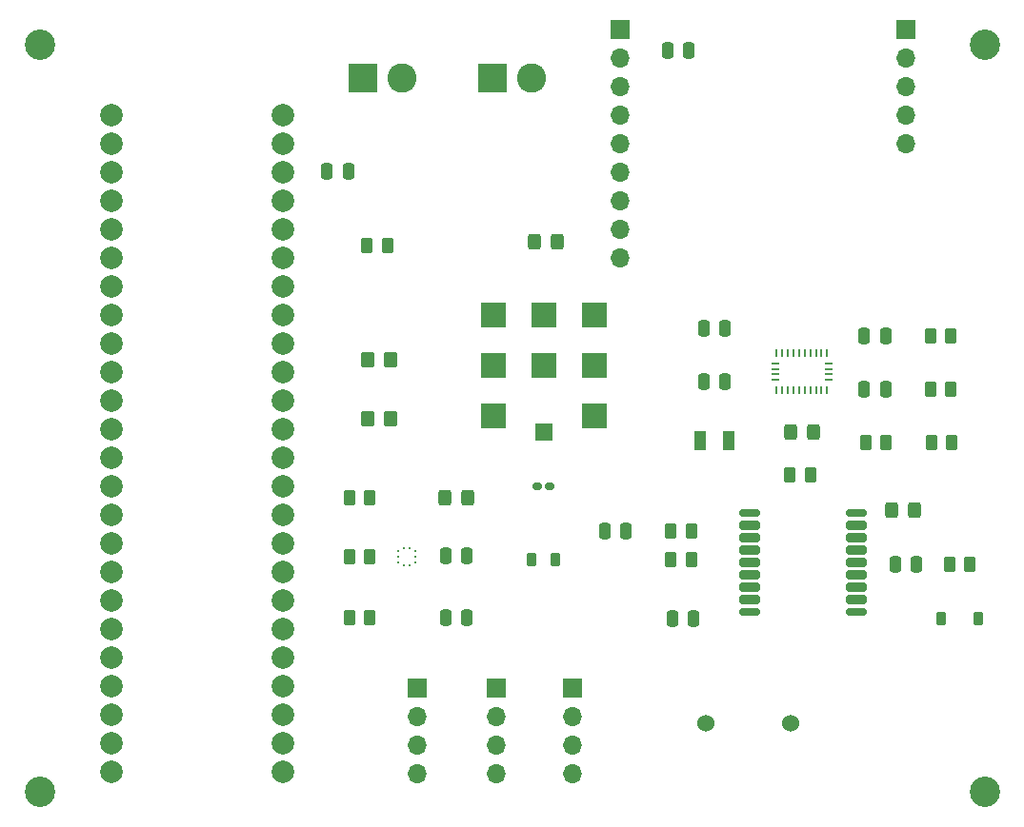
<source format=gbr>
%TF.GenerationSoftware,KiCad,Pcbnew,7.0.7*%
%TF.CreationDate,2024-02-14T21:52:59-05:00*%
%TF.ProjectId,Unified_Board,556e6966-6965-4645-9f42-6f6172642e6b,rev?*%
%TF.SameCoordinates,Original*%
%TF.FileFunction,Soldermask,Top*%
%TF.FilePolarity,Negative*%
%FSLAX46Y46*%
G04 Gerber Fmt 4.6, Leading zero omitted, Abs format (unit mm)*
G04 Created by KiCad (PCBNEW 7.0.7) date 2024-02-14 21:52:59*
%MOMM*%
%LPD*%
G01*
G04 APERTURE LIST*
G04 Aperture macros list*
%AMRoundRect*
0 Rectangle with rounded corners*
0 $1 Rounding radius*
0 $2 $3 $4 $5 $6 $7 $8 $9 X,Y pos of 4 corners*
0 Add a 4 corners polygon primitive as box body*
4,1,4,$2,$3,$4,$5,$6,$7,$8,$9,$2,$3,0*
0 Add four circle primitives for the rounded corners*
1,1,$1+$1,$2,$3*
1,1,$1+$1,$4,$5*
1,1,$1+$1,$6,$7*
1,1,$1+$1,$8,$9*
0 Add four rect primitives between the rounded corners*
20,1,$1+$1,$2,$3,$4,$5,0*
20,1,$1+$1,$4,$5,$6,$7,0*
20,1,$1+$1,$6,$7,$8,$9,0*
20,1,$1+$1,$8,$9,$2,$3,0*%
G04 Aperture macros list end*
%ADD10R,1.700000X1.700000*%
%ADD11O,1.700000X1.700000*%
%ADD12RoundRect,0.250000X-0.262500X-0.450000X0.262500X-0.450000X0.262500X0.450000X-0.262500X0.450000X0*%
%ADD13RoundRect,0.250000X0.250000X0.475000X-0.250000X0.475000X-0.250000X-0.475000X0.250000X-0.475000X0*%
%ADD14R,1.500000X1.500000*%
%ADD15R,2.300000X2.300000*%
%ADD16RoundRect,0.250000X-0.250000X-0.475000X0.250000X-0.475000X0.250000X0.475000X-0.250000X0.475000X0*%
%ADD17RoundRect,0.250000X0.325000X0.450000X-0.325000X0.450000X-0.325000X-0.450000X0.325000X-0.450000X0*%
%ADD18R,2.600000X2.600000*%
%ADD19C,2.600000*%
%ADD20R,0.250000X0.275000*%
%ADD21R,0.275000X0.250000*%
%ADD22C,2.700000*%
%ADD23RoundRect,0.250000X-0.325000X-0.450000X0.325000X-0.450000X0.325000X0.450000X-0.325000X0.450000X0*%
%ADD24R,0.254000X0.675000*%
%ADD25R,0.675000X0.254000*%
%ADD26R,1.000000X1.800000*%
%ADD27RoundRect,0.175000X0.725000X0.175000X-0.725000X0.175000X-0.725000X-0.175000X0.725000X-0.175000X0*%
%ADD28RoundRect,0.200000X0.700000X0.200000X-0.700000X0.200000X-0.700000X-0.200000X0.700000X-0.200000X0*%
%ADD29RoundRect,0.218750X0.218750X0.381250X-0.218750X0.381250X-0.218750X-0.381250X0.218750X-0.381250X0*%
%ADD30RoundRect,0.225000X-0.225000X-0.375000X0.225000X-0.375000X0.225000X0.375000X-0.225000X0.375000X0*%
%ADD31RoundRect,0.250000X-0.350000X-0.450000X0.350000X-0.450000X0.350000X0.450000X-0.350000X0.450000X0*%
%ADD32RoundRect,0.250000X0.262500X0.450000X-0.262500X0.450000X-0.262500X-0.450000X0.262500X-0.450000X0*%
%ADD33C,1.524000*%
%ADD34C,2.000000*%
%ADD35RoundRect,0.160000X-0.222500X-0.160000X0.222500X-0.160000X0.222500X0.160000X-0.222500X0.160000X0*%
G04 APERTURE END LIST*
D10*
%TO.C,J3*%
X107600000Y-96000000D03*
D11*
X107600000Y-98540000D03*
X107600000Y-101080000D03*
X107600000Y-103620000D03*
%TD*%
D12*
%TO.C,R15*%
X103087500Y-56600000D03*
X104912500Y-56600000D03*
%TD*%
D13*
%TO.C,C7*%
X151950000Y-85000000D03*
X150050000Y-85000000D03*
%TD*%
D14*
%TO.C,ANT1*%
X118800000Y-73200000D03*
D15*
X114300000Y-71800000D03*
X123300000Y-71800000D03*
X114300000Y-67300000D03*
X118800000Y-67300000D03*
X123300000Y-67300000D03*
X114300000Y-62800000D03*
X118800000Y-62800000D03*
X123300000Y-62800000D03*
%TD*%
D16*
%TO.C,C12*%
X124250000Y-82000000D03*
X126150000Y-82000000D03*
%TD*%
D17*
%TO.C,D5*%
X142775000Y-73200000D03*
X140725000Y-73200000D03*
%TD*%
D13*
%TO.C,C11*%
X99550000Y-50000000D03*
X101450000Y-50000000D03*
%TD*%
D18*
%TO.C,J1*%
X102750000Y-41750000D03*
D19*
X106250000Y-41750000D03*
%TD*%
D12*
%TO.C,R4*%
X101525000Y-84300000D03*
X103350000Y-84300000D03*
%TD*%
%TO.C,R16*%
X130087500Y-82000000D03*
X131912500Y-82000000D03*
%TD*%
D20*
%TO.C,Alt1*%
X106887500Y-83537500D03*
X106387500Y-83537500D03*
D21*
X105875000Y-83800000D03*
X105875000Y-84300000D03*
X105875000Y-84800000D03*
D20*
X106387500Y-85062500D03*
X106887500Y-85062500D03*
D21*
X107400000Y-84800000D03*
X107400000Y-84300000D03*
X107400000Y-83800000D03*
%TD*%
D16*
%TO.C,C5*%
X133050000Y-68750000D03*
X134950000Y-68750000D03*
%TD*%
D12*
%TO.C,R3*%
X101525000Y-89700000D03*
X103350000Y-89700000D03*
%TD*%
D22*
%TO.C,H1*%
X158000000Y-38750000D03*
%TD*%
D23*
%TO.C,D4*%
X110012500Y-79100000D03*
X112062500Y-79100000D03*
%TD*%
D18*
%TO.C,J7*%
X114250000Y-41750000D03*
D19*
X117750000Y-41750000D03*
%TD*%
D23*
%TO.C,D3*%
X149725000Y-80200000D03*
X151775000Y-80200000D03*
%TD*%
D10*
%TO.C,J2*%
X114600000Y-96000000D03*
D11*
X114600000Y-98540000D03*
X114600000Y-101080000D03*
X114600000Y-103620000D03*
%TD*%
D24*
%TO.C,U1*%
X144000000Y-69500000D03*
D25*
X144137500Y-68587500D03*
X144137500Y-68087500D03*
X144137500Y-67587500D03*
X144137500Y-67087500D03*
D24*
X144000000Y-66175000D03*
X143500000Y-66175000D03*
X143000000Y-66175000D03*
X142500000Y-66175000D03*
X142000000Y-66175000D03*
X141500000Y-66175000D03*
X141000000Y-66175000D03*
X140500000Y-66175000D03*
X140000000Y-66175000D03*
X139500000Y-66175000D03*
D25*
X139362500Y-67087500D03*
X139362500Y-67587500D03*
X139362500Y-68087500D03*
X139362500Y-68587500D03*
D24*
X139500000Y-69500000D03*
X140000000Y-69500000D03*
X140500000Y-69500000D03*
X141000000Y-69500000D03*
X141500000Y-69500000D03*
X142000000Y-69500000D03*
X142500000Y-69500000D03*
X143000000Y-69500000D03*
X143500000Y-69500000D03*
%TD*%
D16*
%TO.C,C2*%
X110087500Y-84200000D03*
X111987500Y-84200000D03*
%TD*%
D12*
%TO.C,R11*%
X140687500Y-77000000D03*
X142512500Y-77000000D03*
%TD*%
%TO.C,R7*%
X153275000Y-74162500D03*
X155100000Y-74162500D03*
%TD*%
%TO.C,R12*%
X101525000Y-79100000D03*
X103350000Y-79100000D03*
%TD*%
D26*
%TO.C,Y1*%
X132750000Y-74000000D03*
X135250000Y-74000000D03*
%TD*%
D27*
%TO.C,U2*%
X146600000Y-89200000D03*
D28*
X146600000Y-88100000D03*
X146600000Y-87000000D03*
X146600000Y-85900000D03*
X146600000Y-84800000D03*
X146600000Y-83700000D03*
X146600000Y-82600000D03*
X146600000Y-81500000D03*
D27*
X146600000Y-80400000D03*
X137100000Y-80400000D03*
D28*
X137100000Y-81500000D03*
X137100000Y-82600000D03*
X137100000Y-83700000D03*
X137100000Y-84800000D03*
X137100000Y-85900000D03*
X137100000Y-87000000D03*
X137100000Y-88100000D03*
D27*
X137100000Y-89200000D03*
%TD*%
D10*
%TO.C,J4*%
X121400000Y-96000000D03*
D11*
X121400000Y-98540000D03*
X121400000Y-101080000D03*
X121400000Y-103620000D03*
%TD*%
D12*
%TO.C,R6*%
X153187500Y-69412500D03*
X155012500Y-69412500D03*
%TD*%
D29*
%TO.C,FB1*%
X119862500Y-84600000D03*
X117737500Y-84600000D03*
%TD*%
D10*
%TO.C,J5*%
X151000000Y-37380000D03*
D11*
X151000000Y-39920000D03*
X151000000Y-42460000D03*
X151000000Y-45000000D03*
X151000000Y-47540000D03*
%TD*%
D10*
%TO.C,J6*%
X125600000Y-37380000D03*
D11*
X125600000Y-39920000D03*
X125600000Y-42460000D03*
X125600000Y-45000000D03*
X125600000Y-47540000D03*
X125600000Y-50080000D03*
X125600000Y-52620000D03*
X125600000Y-55160000D03*
X125600000Y-57700000D03*
%TD*%
D22*
%TO.C,H3*%
X74000000Y-105250000D03*
%TD*%
D30*
%TO.C,D1*%
X154150000Y-89800000D03*
X157450000Y-89800000D03*
%TD*%
D13*
%TO.C,C1*%
X111987500Y-89700000D03*
X110087500Y-89700000D03*
%TD*%
D31*
%TO.C,R1*%
X103200000Y-66800000D03*
X105200000Y-66800000D03*
%TD*%
D12*
%TO.C,R5*%
X153187500Y-64662500D03*
X155012500Y-64662500D03*
%TD*%
D23*
%TO.C,D6*%
X117975000Y-56250000D03*
X120025000Y-56250000D03*
%TD*%
D32*
%TO.C,R9*%
X131912500Y-84600000D03*
X130087500Y-84600000D03*
%TD*%
D16*
%TO.C,C6*%
X133050000Y-64000000D03*
X134950000Y-64000000D03*
%TD*%
D13*
%TO.C,C9*%
X132150000Y-89800000D03*
X130250000Y-89800000D03*
%TD*%
D22*
%TO.C,H2*%
X74000000Y-38750000D03*
%TD*%
D16*
%TO.C,C3*%
X147300000Y-69412500D03*
X149200000Y-69412500D03*
%TD*%
D33*
%TO.C,BZ1*%
X133250000Y-99100000D03*
X140750000Y-99100000D03*
%TD*%
D16*
%TO.C,C8*%
X129800000Y-39250000D03*
X131700000Y-39250000D03*
%TD*%
D22*
%TO.C,H4*%
X158000000Y-105250000D03*
%TD*%
D16*
%TO.C,C4*%
X147300000Y-64662500D03*
X149200000Y-64662500D03*
%TD*%
D32*
%TO.C,R8*%
X149250000Y-74162500D03*
X147425000Y-74162500D03*
%TD*%
D34*
%TO.C,Teensy4.1*%
X80380000Y-44990000D03*
X80380000Y-47530000D03*
X80380000Y-50070000D03*
X80380000Y-52610000D03*
X80380000Y-55150000D03*
X80380000Y-57690000D03*
X80380000Y-60230000D03*
X80380000Y-62770000D03*
X80380000Y-65310000D03*
X80380000Y-67850000D03*
X80380000Y-70390000D03*
X80380000Y-72930000D03*
X80380000Y-75470000D03*
X80380000Y-78010000D03*
X80380000Y-80550000D03*
X80380000Y-83090000D03*
X80380000Y-85630000D03*
X80380000Y-88170000D03*
X80380000Y-90710000D03*
X80380000Y-93250000D03*
X80380000Y-95790000D03*
X80380000Y-98330000D03*
X80380000Y-100870000D03*
X80380000Y-103410000D03*
X95620000Y-103410000D03*
X95620000Y-100870000D03*
X95620000Y-98330000D03*
X95620000Y-95790000D03*
X95620000Y-93250000D03*
X95620000Y-90710000D03*
X95620000Y-88170000D03*
X95620000Y-85630000D03*
X95620000Y-83090000D03*
X95620000Y-80550000D03*
X95620000Y-78010000D03*
X95620000Y-75470000D03*
X95620000Y-72930000D03*
X95620000Y-70390000D03*
X95620000Y-67850000D03*
X95620000Y-65310000D03*
X95620000Y-62770000D03*
X95620000Y-60230000D03*
X95620000Y-57690000D03*
X95620000Y-55150000D03*
X95620000Y-52610000D03*
X95620000Y-50070000D03*
X95620000Y-47530000D03*
X95620000Y-44990000D03*
%TD*%
D35*
%TO.C,D7*%
X118227500Y-78000000D03*
X119372500Y-78000000D03*
%TD*%
D12*
%TO.C,R13*%
X154887500Y-85000000D03*
X156712500Y-85000000D03*
%TD*%
D31*
%TO.C,R2*%
X103200000Y-72000000D03*
X105200000Y-72000000D03*
%TD*%
M02*

</source>
